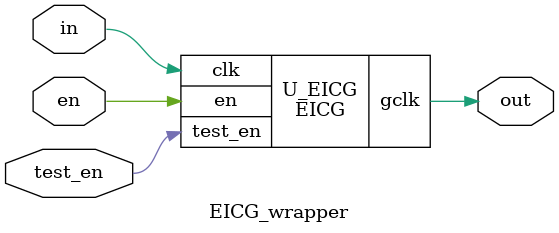
<source format=v>
/* verilator lint_off UNOPTFLAT */

// Integrated clock gating cell
// Code from "Low Power Design Methodologies and Flows"
module EICG(
           // Outputs
           gclk,
           // Inputs
           en, test_en, clk
           );
   input en;
   input test_en;
   input clk;
   output gclk;

   reg    en_out /*verilator clock_enable*/;

   always @(*) begin
      if (!clk) begin
         en_out = en || test_en;
      end
   end
   assign gclk = en_out && clk;
endmodule

module EICG_wrapper(
           // Outputs
           out,
           // Inputs
           en, test_en, in
           );
   input en;
   input test_en;
   input in;
   output out;

   EICG U_EICG( .gclk(out),
                .en(en),
                .test_en(test_en),
                .clk(in) );
endmodule

</source>
